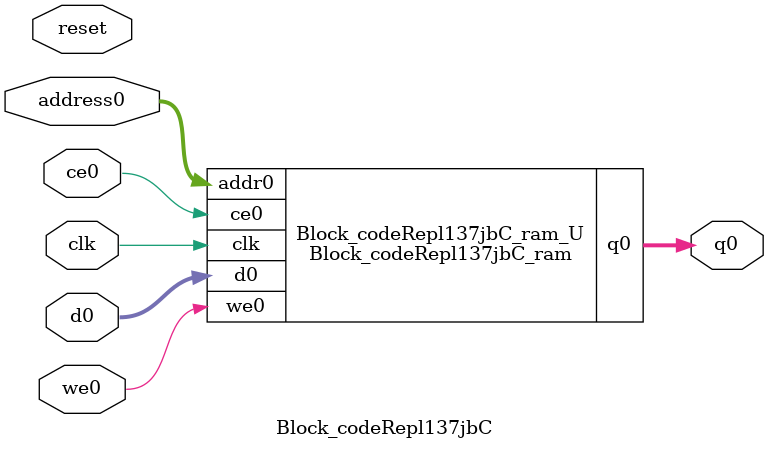
<source format=v>
`timescale 1 ns / 1 ps
module Block_codeRepl137jbC_ram (addr0, ce0, d0, we0, q0,  clk);

parameter DWIDTH = 5;
parameter AWIDTH = 14;
parameter MEM_SIZE = 13284;

input[AWIDTH-1:0] addr0;
input ce0;
input[DWIDTH-1:0] d0;
input we0;
output reg[DWIDTH-1:0] q0;
input clk;

(* ram_style = "block" *)reg [DWIDTH-1:0] ram[0:MEM_SIZE-1];




always @(posedge clk)  
begin 
    if (ce0) begin
        if (we0) 
            ram[addr0] <= d0; 
        q0 <= ram[addr0];
    end
end


endmodule

`timescale 1 ns / 1 ps
module Block_codeRepl137jbC(
    reset,
    clk,
    address0,
    ce0,
    we0,
    d0,
    q0);

parameter DataWidth = 32'd5;
parameter AddressRange = 32'd13284;
parameter AddressWidth = 32'd14;
input reset;
input clk;
input[AddressWidth - 1:0] address0;
input ce0;
input we0;
input[DataWidth - 1:0] d0;
output[DataWidth - 1:0] q0;



Block_codeRepl137jbC_ram Block_codeRepl137jbC_ram_U(
    .clk( clk ),
    .addr0( address0 ),
    .ce0( ce0 ),
    .we0( we0 ),
    .d0( d0 ),
    .q0( q0 ));

endmodule


</source>
